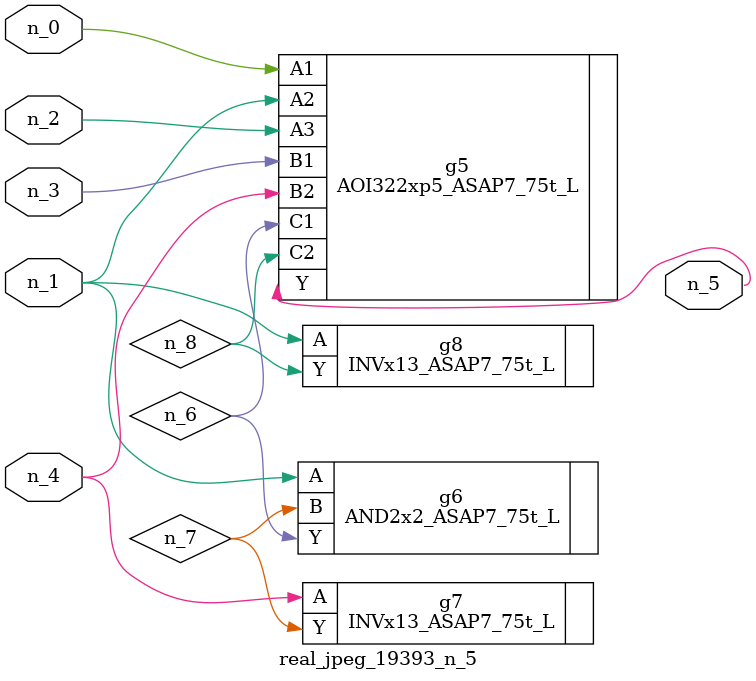
<source format=v>
module real_jpeg_19393_n_5 (n_4, n_0, n_1, n_2, n_3, n_5);

input n_4;
input n_0;
input n_1;
input n_2;
input n_3;

output n_5;

wire n_8;
wire n_6;
wire n_7;

AOI322xp5_ASAP7_75t_L g5 ( 
.A1(n_0),
.A2(n_1),
.A3(n_2),
.B1(n_3),
.B2(n_4),
.C1(n_6),
.C2(n_8),
.Y(n_5)
);

AND2x2_ASAP7_75t_L g6 ( 
.A(n_1),
.B(n_7),
.Y(n_6)
);

INVx13_ASAP7_75t_L g8 ( 
.A(n_1),
.Y(n_8)
);

INVx13_ASAP7_75t_L g7 ( 
.A(n_4),
.Y(n_7)
);


endmodule
</source>
